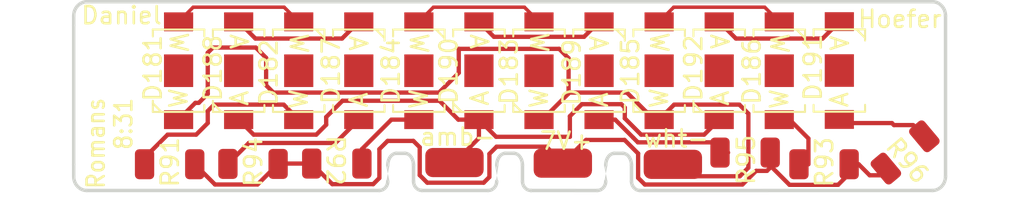
<source format=kicad_pcb>
(kicad_pcb (version 20211014) (generator pcbnew)
  (layers (0 "F.Cu" signal) (31 "B.Cu" signal) (34 "B.Paste" user) (35 "F.Paste" user) (36 "B.SilkS" user "B.Silkscreen") (37 "F.SilkS" user "F.Silkscreen") (38 "B.Mask" user) (39 "F.Mask" user) (44 "Edge.Cuts" user))
  (net 0 "")
  (footprint "afootprints:5730 LED A" (layer "F.Cu") (at 59.012556 19.635687 -90)
    (fp_text reference "D191" (at -0.17452 1.54 90 unlocked) (layer "F.SilkS"))
    (fp_text value "ALED")
    (fp_text user "A" (at -1.6 0.05 -90 unlocked) (layer "F.SilkS"))
    (fp_text user "A" (at 1.7 0 90 unlocked) (layer "F.SilkS"))
    (fp_line (start -2.4 -1.5) (end -2.4 1.5) (layer "F.SilkS") (width 0.12))
    (fp_line (start 2.4 1.5) (end 2.4 -1.5) (layer "F.SilkS") (width 0.12))
    (fp_line (start 2.4 -1.5) (end 2 -1.5) (layer "F.SilkS") (width 0.12))
    (fp_line (start -2.4 -1.5) (end -1.75 -1.5) (layer "F.SilkS") (width 0.12))
    (fp_line (start -2.4 1.5) (end -2 1.5) (layer "F.SilkS") (width 0.12))
    (fp_line (start 2.4 1.5) (end 2 1.5) (layer "F.SilkS") (width 0.12))
    (fp_line (start -1.9 -1.5) (end -2.4 -1) (layer "F.SilkS") (width 0.12))
    (pad "" smd rect (at 0 0 270) (size 1.9 1.7) (layers "F.Cu" "F.Paste" "F.Mask"))
    (pad "1" smd rect (at -2.85 0 270) (size 1.1 1.7) (layers "F.Cu" "F.Paste" "F.Mask"))
    (pad "2" smd rect (at 2.85 0 270) (size 1.1 1.7) (layers "F.Cu" "F.Paste" "F.Mask"))
  )
  (footprint "afootprints:1206 R" (layer "F.Cu") (at 62.841956 24.435687 40)
    (fp_text reference "R96" (at -0.17548 0.43 -50 unlocked) (layer "F.SilkS"))
    (fp_text value "4.7")
    (pad "1" smd roundrect (at -1.4425 -0.02 40) (size 1.125 1.75) (layers "F.Cu" "F.Paste" "F.Mask") (roundrect_rratio 0.2222222222))
    (pad "2" smd roundrect (at 1.4825 -0.02 40) (size 1.125 1.75) (layers "F.Cu" "F.Paste" "F.Mask") (roundrect_rratio 0.2222222222))
  )
  (footprint "afootprints:Pad 2" (layer "F.Cu") (at 36.587556 24.996087)
    (fp_text reference "amb-" (at 0.2 -1.5 unlocked) (layer "F.SilkS"))
    (fp_text value "Pad 2")
    (pad "1" smd roundrect (at 0 0) (size 3.4 1.7) (layers "F.Cu" "F.Paste" "F.Mask"))
  )
  (footprint "afootprints:5730 LED A" (layer "F.Cu") (at 45.012556 19.646087 -90)
    (fp_text reference "D189" (at 0.09548 1.59 90 unlocked) (layer "F.SilkS"))
    (fp_text value "ALED")
    (fp_text user "A" (at -1.6 0.05 -90 unlocked) (layer "F.SilkS"))
    (fp_text user "A" (at 1.7 0 90 unlocked) (layer "F.SilkS"))
    (fp_line (start 2.4 -1.5) (end 2 -1.5) (layer "F.SilkS") (width 0.12))
    (fp_line (start -2.4 -1.5) (end -1.75 -1.5) (layer "F.SilkS") (width 0.12))
    (fp_line (start -1.9 -1.5) (end -2.4 -1) (layer "F.SilkS") (width 0.12))
    (fp_line (start 2.4 1.5) (end 2.4 -1.5) (layer "F.SilkS") (width 0.12))
    (fp_line (start -2.4 1.5) (end -2 1.5) (layer "F.SilkS") (width 0.12))
    (fp_line (start 2.4 1.5) (end 2 1.5) (layer "F.SilkS") (width 0.12))
    (fp_line (start -2.4 -1.5) (end -2.4 1.5) (layer "F.SilkS") (width 0.12))
    (pad "" smd rect (at 0 0 270) (size 1.9 1.7) (layers "F.Cu" "F.Paste" "F.Mask"))
    (pad "1" smd rect (at -2.85 0 270) (size 1.1 1.7) (layers "F.Cu" "F.Paste" "F.Mask"))
    (pad "2" smd rect (at 2.85 0 270) (size 1.1 1.7) (layers "F.Cu" "F.Paste" "F.Mask"))
  )
  (footprint "afootprints:5730 LED A" (layer "F.Cu") (at 24.012556 19.646087 90)
    (fp_text reference "D188" (at 0.15 -1.5 90 unlocked) (layer "F.SilkS"))
    (fp_text value "ALED")
    (fp_text user "A" (at -1.6 0.05 90 unlocked) (layer "F.SilkS"))
    (fp_text user "A" (at 1.7 0 270 unlocked) (layer "F.SilkS"))
    (fp_line (start -2.4 -1.5) (end -1.75 -1.5) (layer "F.SilkS") (width 0.12))
    (fp_line (start 2.4 1.5) (end 2 1.5) (layer "F.SilkS") (width 0.12))
    (fp_line (start -2.4 1.5) (end -2 1.5) (layer "F.SilkS") (width 0.12))
    (fp_line (start 2.4 1.5) (end 2.4 -1.5) (layer "F.SilkS") (width 0.12))
    (fp_line (start -2.4 -1.5) (end -2.4 1.5) (layer "F.SilkS") (width 0.12))
    (fp_line (start 2.4 -1.5) (end 2 -1.5) (layer "F.SilkS") (width 0.12))
    (fp_line (start -1.9 -1.5) (end -2.4 -1) (layer "F.SilkS") (width 0.12))
    (pad "" smd rect (at 0 0 90) (size 1.9 1.7) (layers "F.Cu" "F.Paste" "F.Mask"))
    (pad "1" smd rect (at -2.85 0 90) (size 1.1 1.7) (layers "F.Cu" "F.Paste" "F.Mask"))
    (pad "2" smd rect (at 2.85 0 90) (size 1.1 1.7) (layers "F.Cu" "F.Paste" "F.Mask"))
  )
  (footprint "afootprints:1206 R" (layer "F.Cu") (at 24.870056 25.056087 180)
    (fp_text reference "R94" (at 0 0.1 90 unlocked) (layer "F.SilkS"))
    (fp_text value "4.7")
    (pad "1" smd roundrect (at -1.4425 -0.02 180) (size 1.125 1.75) (layers "F.Cu" "F.Paste" "F.Mask") (roundrect_rratio 0.2222222222))
    (pad "2" smd roundrect (at 1.4825 -0.02 180) (size 1.125 1.75) (layers "F.Cu" "F.Paste" "F.Mask") (roundrect_rratio 0.2222222222))
  )
  (footprint "afootprints:5730 LED W" (layer "F.Cu") (at 27.512556 19.646087 -90)
    (fp_text reference "D182" (at 0.10548 1.75 90 unlocked) (layer "F.SilkS"))
    (fp_text value "WLED")
    (fp_text user "W" (at -1.6 0 -90 unlocked) (layer "F.SilkS"))
    (fp_text user "W" (at 1.65 0 90 unlocked) (layer "F.SilkS"))
    (fp_line (start -2.4 -1.5) (end -1.75 -1.5) (layer "F.SilkS") (width 0.12))
    (fp_line (start -2.4 1.5) (end -2 1.5) (layer "F.SilkS") (width 0.12))
    (fp_line (start -2.4 -1.5) (end -2.4 1.5) (layer "F.SilkS") (width 0.12))
    (fp_line (start -1.9 -1.5) (end -2.4 -1) (layer "F.SilkS") (width 0.12))
    (fp_line (start 2.4 1.5) (end 2.4 -1.5) (layer "F.SilkS") (width 0.12))
    (fp_line (start 2.4 -1.5) (end 2 -1.5) (layer "F.SilkS") (width 0.12))
    (fp_line (start 2.4 1.5) (end 2 1.5) (layer "F.SilkS") (width 0.12))
    (pad "" smd rect (at 0 0 270) (size 1.9 1.7) (layers "F.Cu" "F.Paste" "F.Mask" "Eco2.User"))
    (pad "1" smd rect (at -2.85 0 270) (size 1.1 1.7) (layers "F.Cu" "F.Paste" "F.Mask"))
    (pad "2" smd rect (at 2.85 0 270) (size 1.1 1.7) (layers "F.Cu" "F.Paste" "F.Mask"))
  )
  (footprint "afootprints:1206 R" (layer "F.Cu") (at 29.712556 25.076087)
    (fp_text reference "R92" (at -0.06 -0.20452 270 unlocked) (layer "F.SilkS"))
    (fp_text value "4.7")
    (pad "1" smd roundrect (at -1.4425 -0.02) (size 1.125 1.75) (layers "F.Cu" "F.Paste" "F.Mask") (roundrect_rratio 0.2222222222))
    (pad "2" smd roundrect (at 1.4825 -0.02) (size 1.125 1.75) (layers "F.Cu" "F.Paste" "F.Mask") (roundrect_rratio 0.2222222222))
  )
  (footprint "afootprints:1206 R" (layer "F.Cu") (at 58.141956 25.076087 180)
    (fp_text reference "R93" (at 0 0.1 90 unlocked) (layer "F.SilkS"))
    (fp_text value "4.7")
    (pad "1" smd roundrect (at -1.4425 -0.02 180) (size 1.125 1.75) (layers "F.Cu" "F.Paste" "F.Mask") (roundrect_rratio 0.2222222222))
    (pad "2" smd roundrect (at 1.4825 -0.02 180) (size 1.125 1.75) (layers "F.Cu" "F.Paste" "F.Mask") (roundrect_rratio 0.2222222222))
  )
  (footprint "afootprints:5730 LED W" (layer "F.Cu") (at 41.512556 19.646087 90)
    (fp_text reference "D183" (at -0.04548 -1.75 90 unlocked) (layer "F.SilkS"))
    (fp_text value "WLED")
    (fp_text user "W" (at 1.65 0 270 unlocked) (layer "F.SilkS"))
    (fp_text user "W" (at -1.6 0 90 unlocked) (layer "F.SilkS"))
    (fp_line (start -2.4 1.5) (end -2 1.5) (layer "F.SilkS") (width 0.12))
    (fp_line (start -2.4 -1.5) (end -2.4 1.5) (layer "F.SilkS") (width 0.12))
    (fp_line (start -1.9 -1.5) (end -2.4 -1) (layer "F.SilkS") (width 0.12))
    (fp_line (start 2.4 -1.5) (end 2 -1.5) (layer "F.SilkS") (width 0.12))
    (fp_line (start 2.4 1.5) (end 2 1.5) (layer "F.SilkS") (width 0.12))
    (fp_line (start 2.4 1.5) (end 2.4 -1.5) (layer "F.SilkS") (width 0.12))
    (fp_line (start -2.4 -1.5) (end -1.75 -1.5) (layer "F.SilkS") (width 0.12))
    (pad "" smd rect (at 0 0 90) (size 1.9 1.7) (layers "F.Cu" "F.Paste" "F.Mask" "Eco2.User"))
    (pad "1" smd rect (at -2.85 0 90) (size 1.1 1.7) (layers "F.Cu" "F.Paste" "F.Mask"))
    (pad "2" smd rect (at 2.85 0 90) (size 1.1 1.7) (layers "F.Cu" "F.Paste" "F.Mask"))
  )
  (footprint "afootprints:Pad 2" (layer "F.Cu") (at 42.902556 25.031567)
    (fp_text reference "7V+" (at 0.2 -1.29588 unlocked) (layer "F.SilkS"))
    (fp_text value "Pad 2")
    (pad "1" smd roundrect (at 0 0) (size 3.4 1.7) (layers "F.Cu" "F.Paste" "F.Mask"))
  )
  (footprint "afootprints:5730 LED A" (layer "F.Cu") (at 52.012556 19.646087 90)
    (fp_text reference "D192" (at 0.15 -1.5 90 unlocked) (layer "F.SilkS"))
    (fp_text value "ALED")
    (fp_text user "A" (at 1.7 0 270 unlocked) (layer "F.SilkS"))
    (fp_text user "A" (at -1.6 0.05 90 unlocked) (layer "F.SilkS"))
    (fp_line (start 2.4 1.5) (end 2.4 -1.5) (layer "F.SilkS") (width 0.12))
    (fp_line (start -1.9 -1.5) (end -2.4 -1) (layer "F.SilkS") (width 0.12))
    (fp_line (start -2.4 -1.5) (end -2.4 1.5) (layer "F.SilkS") (width 0.12))
    (fp_line (start -2.4 -1.5) (end -1.75 -1.5) (layer "F.SilkS") (width 0.12))
    (fp_line (start 2.4 1.5) (end 2 1.5) (layer "F.SilkS") (width 0.12))
    (fp_line (start 2.4 -1.5) (end 2 -1.5) (layer "F.SilkS") (width 0.12))
    (fp_line (start -2.4 1.5) (end -2 1.5) (layer "F.SilkS") (width 0.12))
    (pad "" smd rect (at 0 0 90) (size 1.9 1.7) (layers "F.Cu" "F.Paste" "F.Mask"))
    (pad "1" smd rect (at -2.85 0 90) (size 1.1 1.7) (layers "F.Cu" "F.Paste" "F.Mask"))
    (pad "2" smd rect (at 2.85 0 90) (size 1.1 1.7) (layers "F.Cu" "F.Paste" "F.Mask"))
  )
  (footprint "afootprints:1206 R" (layer "F.Cu") (at 53.541956 24.396087 180)
    (fp_text reference "R95" (at -0.04 -0.44548 90 unlocked) (layer "F.SilkS"))
    (fp_text value "4.7")
    (pad "1" smd roundrect (at -1.4425 -0.02 180) (size 1.125 1.75) (layers "F.Cu" "F.Paste" "F.Mask") (roundrect_rratio 0.2222222222))
    (pad "2" smd roundrect (at 1.4825 -0.02 180) (size 1.125 1.75) (layers "F.Cu" "F.Paste" "F.Mask") (roundrect_rratio 0.2222222222))
  )
  (footprint "afootprints:Pad 2" (layer "F.Cu") (at 49.312556 25.101887)
    (fp_text reference "wht-" (at 0.2 -1.5 unlocked) (layer "F.SilkS"))
    (fp_text value "Pad 2")
    (pad "1" smd roundrect (at 0 0) (size 3.4 1.7) (layers "F.Cu" "F.Paste" "F.Mask"))
  )
  (footprint "afootprints:M2.5_Mechanical" (layer "F.Cu") (at 16.391956 19.735687)
    (fp_text reference "REF**" hide)
    (fp_text value "M2.5_Mechanical")
    (pad "" np_thru_hole circle (at 0 0) (size 2.7 2.7) (drill 2.7) (layers *.Cu *.Mask))
  )
  (footprint "afootprints:5730 LED W" (layer "F.Cu") (at 55.512556 19.646087 -90)
    (fp_text reference "D186" (at 0.03548 1.6 90 unlocked) (layer "F.SilkS"))
    (fp_text value "WLED")
    (fp_text user "W" (at -1.6 0 -90 unlocked) (layer "F.SilkS"))
    (fp_text user "W" (at 1.65 0 90 unlocked) (layer "F.SilkS"))
    (fp_line (start -2.4 1.5) (end -2 1.5) (layer "F.SilkS") (width 0.12))
    (fp_line (start 2.4 -1.5) (end 2 -1.5) (layer "F.SilkS") (width 0.12))
    (fp_line (start -2.4 -1.5) (end -2.4 1.5) (layer "F.SilkS") (width 0.12))
    (fp_line (start 2.4 1.5) (end 2 1.5) (layer "F.SilkS") (width 0.12))
    (fp_line (start -2.4 -1.5) (end -1.75 -1.5) (layer "F.SilkS") (width 0.12))
    (fp_line (start 2.4 1.5) (end 2.4 -1.5) (layer "F.SilkS") (width 0.12))
    (fp_line (start -1.9 -1.5) (end -2.4 -1) (layer "F.SilkS") (width 0.12))
    (pad "" smd rect (at 0 0 270) (size 1.9 1.7) (layers "F.Cu" "F.Paste" "F.Mask" "Eco2.User"))
    (pad "1" smd rect (at -2.85 0 270) (size 1.1 1.7) (layers "F.Cu" "F.Paste" "F.Mask"))
    (pad "2" smd rect (at 2.85 0 270) (size 1.1 1.7) (layers "F.Cu" "F.Paste" "F.Mask"))
  )
  (footprint "afootprints:5730 LED W" (layer "F.Cu") (at 34.512556 19.646087 -90)
    (fp_text reference "D184" (at 0.02548 1.63 90 unlocked) (layer "F.SilkS"))
    (fp_text value "WLED")
    (fp_text user "W" (at -1.6 0 -90 unlocked) (layer "F.SilkS"))
    (fp_text user "W" (at 1.65 0 90 unlocked) (layer "F.SilkS"))
    (fp_line (start 2.4 -1.5) (end 2 -1.5) (layer "F.SilkS") (width 0.12))
    (fp_line (start 2.4 1.5) (end 2 1.5) (layer "F.SilkS") (width 0.12))
    (fp_line (start -1.9 -1.5) (end -2.4 -1) (layer "F.SilkS") (width 0.12))
    (fp_line (start 2.4 1.5) (end 2.4 -1.5) (layer "F.SilkS") (width 0.12))
    (fp_line (start -2.4 1.5) (end -2 1.5) (layer "F.SilkS") (width 0.12))
    (fp_line (start -2.4 -1.5) (end -1.75 -1.5) (layer "F.SilkS") (width 0.12))
    (fp_line (start -2.4 -1.5) (end -2.4 1.5) (layer "F.SilkS") (width 0.12))
    (pad "" smd rect (at 0 0 270) (size 1.9 1.7) (layers "F.Cu" "F.Paste" "F.Mask" "Eco2.User"))
    (pad "1" smd rect (at -2.85 0 270) (size 1.1 1.7) (layers "F.Cu" "F.Paste" "F.Mask"))
    (pad "2" smd rect (at 2.85 0 270) (size 1.1 1.7) (layers "F.Cu" "F.Paste" "F.Mask"))
  )
  (footprint "afootprints:5730 LED A" (layer "F.Cu") (at 31.012556 19.646087 -90)
    (fp_text reference "D187" (at 0.00548 1.62 90 unlocked) (layer "F.SilkS"))
    (fp_text value "ALED")
    (fp_text user "A" (at -1.6 0.05 -90 unlocked) (layer "F.SilkS"))
    (fp_text user "A" (at 1.7 0 90 unlocked) (layer "F.SilkS"))
    (fp_line (start 2.4 -1.5) (end 2 -1.5) (layer "F.SilkS") (width 0.12))
    (fp_line (start -2.4 -1.5) (end -1.75 -1.5) (layer "F.SilkS") (width 0.12))
    (fp_line (start 2.4 1.5) (end 2.4 -1.5) (layer "F.SilkS") (width 0.12))
    (fp_line (start -2.4 1.5) (end -2 1.5) (layer "F.SilkS") (width 0.12))
    (fp_line (start -1.9 -1.5) (end -2.4 -1) (layer "F.SilkS") (width 0.12))
    (fp_line (start -2.4 -1.5) (end -2.4 1.5) (layer "F.SilkS") (width 0.12))
    (fp_line (start 2.4 1.5) (end 2 1.5) (layer "F.SilkS") (width 0.12))
    (pad "" smd rect (at 0 0 270) (size 1.9 1.7) (layers "F.Cu" "F.Paste" "F.Mask"))
    (pad "1" smd rect (at -2.85 0 270) (size 1.1 1.7) (layers "F.Cu" "F.Paste" "F.Mask"))
    (pad "2" smd rect (at 2.85 0 270) (size 1.1 1.7) (layers "F.Cu" "F.Paste" "F.Mask"))
  )
  (footprint "afootprints:M2.5_Mechanical" (layer "F.Cu") (at 63.191956 19.735687)
    (fp_text reference "REF**" hide)
    (fp_text value "M2.5_Mechanical")
    (pad "" np_thru_hole circle (at 0 0) (size 2.7 2.7) (drill 2.7) (layers *.Cu *.Mask))
  )
  (footprint "afootprints:1206 R" (layer "F.Cu") (at 20.012556 25.076087 180)
    (fp_text reference "R91" (at 0 0.1 90 unlocked) (layer "F.SilkS"))
    (fp_text value "4.7")
    (pad "1" smd roundrect (at -1.4425 -0.02 180) (size 1.125 1.75) (layers "F.Cu" "F.Paste" "F.Mask") (roundrect_rratio 0.2222222222))
    (pad "2" smd roundrect (at 1.4825 -0.02 180) (size 1.125 1.75) (layers "F.Cu" "F.Paste" "F.Mask") (roundrect_rratio 0.2222222222))
  )
  (footprint "afootprints:5730 LED W" (layer "F.Cu") (at 20.512556 19.646087 90)
    (fp_text reference "D181" (at 0.15 -1.5 90 unlocked) (layer "F.SilkS"))
    (fp_text value "WLED")
    (fp_text user "W" (at -1.6 0 90 unlocked) (layer "F.SilkS"))
    (fp_text user "W" (at 1.65 0 270 unlocked) (layer "F.SilkS"))
    (fp_line (start -1.9 -1.5) (end -2.4 -1) (layer "F.SilkS") (width 0.12))
    (fp_line (start -2.4 -1.5) (end -2.4 1.5) (layer "F.SilkS") (width 0.12))
    (fp_line (start 2.4 -1.5) (end 2 -1.5) (layer "F.SilkS") (width 0.12))
    (fp_line (start -2.4 1.5) (end -2 1.5) (layer "F.SilkS") (width 0.12))
    (fp_line (start 2.4 1.5) (end 2.4 -1.5) (layer "F.SilkS") (width 0.12))
    (fp_line (start -2.4 -1.5) (end -1.75 -1.5) (layer "F.SilkS") (width 0.12))
    (fp_line (start 2.4 1.5) (end 2 1.5) (layer "F.SilkS") (width 0.12))
    (pad "" smd rect (at 0 0 90) (size 1.9 1.7) (layers "F.Cu" "F.Paste" "F.Mask" "Eco2.User"))
    (pad "1" smd rect (at -2.85 0 90) (size 1.1 1.7) (layers "F.Cu" "F.Paste" "F.Mask"))
    (pad "2" smd rect (at 2.85 0 90) (size 1.1 1.7) (layers "F.Cu" "F.Paste" "F.Mask"))
  )
  (footprint "afootprints:5730 LED W" (layer "F.Cu") (at 48.512556 19.646087 90)
    (fp_text reference "D185" (at -0.02548 -1.68 90 unlocked) (layer "F.SilkS"))
    (fp_text value "WLED")
    (fp_text user "W" (at -1.6 0 90 unlocked) (layer "F.SilkS"))
    (fp_text user "W" (at 1.65 0 270 unlocked) (layer "F.SilkS"))
    (fp_line (start 2.4 1.5) (end 2 1.5) (layer "F.SilkS") (width 0.12))
    (fp_line (start -1.9 -1.5) (end -2.4 -1) (layer "F.SilkS") (width 0.12))
    (fp_line (start 2.4 -1.5) (end 2 -1.5) (layer "F.SilkS") (width 0.12))
    (fp_line (start -2.4 -1.5) (end -2.4 1.5) (layer "F.SilkS") (width 0.12))
    (fp_line (start -2.4 -1.5) (end -1.75 -1.5) (layer "F.SilkS") (width 0.12))
    (fp_line (start -2.4 1.5) (end -2 1.5) (layer "F.SilkS") (width 0.12))
    (fp_line (start 2.4 1.5) (end 2.4 -1.5) (layer "F.SilkS") (width 0.12))
    (pad "" smd rect (at 0 0 90) (size 1.9 1.7) (layers "F.Cu" "F.Paste" "F.Mask" "Eco2.User"))
    (pad "1" smd rect (at -2.85 0 90) (size 1.1 1.7) (layers "F.Cu" "F.Paste" "F.Mask"))
    (pad "2" smd rect (at 2.85 0 90) (size 1.1 1.7) (layers "F.Cu" "F.Paste" "F.Mask"))
  )
  (footprint "afootprints:5730 LED A" (layer "F.Cu") (at 38.012556 19.646087 90)
    (fp_text reference "D190" (at -0.00548 -1.76 90 unlocked) (layer "F.SilkS"))
    (fp_text value "ALED")
    (fp_text user "A" (at -1.6 0.05 90 unlocked) (layer "F.SilkS"))
    (fp_text user "A" (at 1.7 0 270 unlocked) (layer "F.SilkS"))
    (fp_line (start -2.4 -1.5) (end -1.75 -1.5) (layer "F.SilkS") (width 0.12))
    (fp_line (start -2.4 1.5) (end -2 1.5) (layer "F.SilkS") (width 0.12))
    (fp_line (start -1.9 -1.5) (end -2.4 -1) (layer "F.SilkS") (width 0.12))
    (fp_line (start 2.4 1.5) (end 2.4 -1.5) (layer "F.SilkS") (width 0.12))
    (fp_line (start -2.4 -1.5) (end -2.4 1.5) (layer "F.SilkS") (width 0.12))
    (fp_line (start 2.4 1.5) (end 2 1.5) (layer "F.SilkS") (width 0.12))
    (fp_line (start 2.4 -1.5) (end 2 -1.5) (layer "F.SilkS") (width 0.12))
    (pad "" smd rect (at 0 0 90) (size 1.9 1.7) (layers "F.Cu" "F.Paste" "F.Mask"))
    (pad "1" smd rect (at -2.85 0 90) (size 1.1 1.7) (layers "F.Cu" "F.Paste" "F.Mask"))
    (pad "2" smd rect (at 2.85 0 90) (size 1.1 1.7) (layers "F.Cu" "F.Paste" "F.Mask"))
  )
  (gr_curve (pts (xy 64.438009 15.625657) (xy 64.438009 15.625657) (xy 15.162012 15.625634) (xy 15.162012 15.625634)) (layer "Edge.Cuts") (width 0.2))
  (gr_curve (pts (xy 40.050006 24.459695) (xy 40.050006 24.459695) (xy 40.050135 24.459695) (xy 40.050135 24.459695)) (layer "Edge.Cuts") (width 0.2))
  (gr_curve (pts (xy 46.401363 24.460651) (xy 46.401363 24.460651) (xy 46.40147 24.460651) (xy 46.40147 24.460651)) (layer "Edge.Cuts") (width 0.2))
  (gr_curve (pts (xy 39.049744 26.083386) (xy 39.050003 26.083595) (xy 39.050003 25.1543) (xy 39.050003 25.1543)) (layer "Edge.Cuts") (width 0.2))
  (gr_curve (pts (xy 34.600705 26.614188) (xy 34.610287 26.616309) (xy 34.6206 26.61589) (xy 34.630354 26.617405)) (layer "Edge.Cuts") (width 0.2))
  (gr_curve (pts (xy 34.201461 26.083898) (xy 34.201461 26.345465) (xy 34.372876 26.563698) (xy 34.600705 26.614188)) (layer "Edge.Cuts") (width 0.2))
  (gr_curve (pts (xy 46.901461 25.155279) (xy 46.901461 25.155279) (xy 46.901461 26.084341) (xy 46.901461 26.084341)) (layer "Edge.Cuts") (width 0.2))
  (gr_curve (pts (xy 44.90111 26.625634) (xy 45.177256 26.625634) (xy 45.401101 26.383298) (xy 45.401101 26.084341)) (layer "Edge.Cuts") (width 0.2))
  (gr_curve (pts (xy 39.550123 24.459695) (xy 39.550123 24.459695) (xy 40.050006 24.459695) (xy 40.050006 24.459695)) (layer "Edge.Cuts") (width 0.2))
  (gr_curve (pts (xy 65.2 16.450591) (xy 65.2 15.994988) (xy 64.858849 15.625657) (xy 64.438009 15.625657)) (layer "Edge.Cuts") (width 0.2))
  (gr_curve (pts (xy 45.901458 24.460651) (xy 45.901458 24.460651) (xy 46.401363 24.460651) (xy 46.401363 24.460651)) (layer "Edge.Cuts") (width 0.2))
  (gr_curve (pts (xy 14.4 25.111246) (xy 14.4 25.111689) (xy 14.400129 25.112062) (xy 14.400129 25.112505)) (layer "Edge.Cuts") (width 0.2))
  (gr_curve (pts (xy 47.401474 26.625634) (xy 47.401474 26.625634) (xy 64.438031 26.624934) (xy 64.438031 26.624934)) (layer "Edge.Cuts") (width 0.2))
  (gr_curve (pts (xy 14.400129 25.112505) (xy 14.400129 25.112505) (xy 14.400129 25.799977) (xy 14.400129 25.799977)) (layer "Edge.Cuts") (width 0.2))
  (gr_curve (pts (xy 41.049988 26.624678) (xy 41.049988 26.624678) (xy 44.90111 26.625634) (xy 44.90111 26.625634)) (layer "Edge.Cuts") (width 0.2))
  (gr_curve (pts (xy 40.050135 24.459695) (xy 40.326281 24.459695) (xy 40.550126 24.77068) (xy 40.550126 25.1543)) (layer "Edge.Cuts") (width 0.2))
  (gr_curve (pts (xy 15.16212 26.624911) (xy 15.16212 26.624911) (xy 32.20111 26.625167) (xy 32.20111 26.625167)) (layer "Edge.Cuts") (width 0.2))
  (gr_curve (pts (xy 45.401101 26.084341) (xy 45.401359 26.084574) (xy 45.401359 25.155279) (xy 45.401359 25.155279)) (layer "Edge.Cuts") (width 0.2))
  (gr_curve (pts (xy 34.630354 26.617405) (xy 34.653802 26.621041) (xy 34.677121 26.625167) (xy 34.701496 26.625167)) (layer "Edge.Cuts") (width 0.2))
  (gr_curve (pts (xy 34.201461 25.15479) (xy 34.201461 25.15479) (xy 34.201461 26.083898) (xy 34.201461 26.083898)) (layer "Edge.Cuts") (width 0.2))
  (gr_curve (pts (xy 40.550126 26.083246) (xy 40.550126 26.382226) (xy 40.773972 26.624608) (xy 41.050139 26.624678)) (layer "Edge.Cuts") (width 0.2))
  (gr_curve (pts (xy 15.162012 15.625634) (xy 15.029096 15.625634) (xy 14.906041 15.665751) (xy 14.797263 15.730507)) (layer "Edge.Cuts") (width 0.2))
  (gr_curve (pts (xy 14.400129 16.450498) (xy 14.400129 16.450498) (xy 14.400129 17.000462) (xy 14.400129 17.000462)) (layer "Edge.Cuts") (width 0.2))
  (gr_curve (pts (xy 34.701496 26.625167) (xy 34.701496 26.625167) (xy 38.549753 26.624678) (xy 38.549753 26.624678)) (layer "Edge.Cuts") (width 0.2))
  (gr_curve (pts (xy 38.549753 26.624678) (xy 38.825899 26.624678) (xy 39.049744 26.382319) (xy 39.049744 26.083386)) (layer "Edge.Cuts") (width 0.2))
  (gr_curve (pts (xy 14.797263 15.730507) (xy 14.561683 15.870813) (xy 14.400129 16.138837) (xy 14.400129 16.450498)) (layer "Edge.Cuts") (width 0.2))
  (gr_curve (pts (xy 14.400129 25.799977) (xy 14.400129 26.25558) (xy 14.74128 26.624911) (xy 15.16212 26.624911)) (layer "Edge.Cuts") (width 0.2))
  (gr_curve (pts (xy 65.2 25.8) (xy 65.2 25.8) (xy 65.2 16.450591) (xy 65.2 16.450591)) (layer "Edge.Cuts") (width 0.2))
  (gr_curve (pts (xy 33.701363 24.460184) (xy 33.701363 24.460184) (xy 33.70147 24.460184) (xy 33.70147 24.460184)) (layer "Edge.Cuts") (width 0.2))
  (gr_curve (pts (xy 45.401359 25.155279) (xy 45.401359 24.771659) (xy 45.625226 24.460651) (xy 45.90135 24.460651)) (layer "Edge.Cuts") (width 0.2))
  (gr_curve (pts (xy 14.400129 17.000462) (xy 14.400129 17.000928) (xy 14.4 17.001394) (xy 14.4 17.00186)) (layer "Edge.Cuts") (width 0.2))
  (gr_curve (pts (xy 32.701101 26.083852) (xy 32.701359 26.084085) (xy 32.701359 25.15479) (xy 32.701359 25.15479)) (layer "Edge.Cuts") (width 0.2))
  (gr_curve (pts (xy 45.90135 24.460651) (xy 45.90135 24.460651) (xy 45.901458 24.460651) (xy 45.901458 24.460651)) (layer "Edge.Cuts") (width 0.2))
  (gr_curve (pts (xy 33.20135 24.460184) (xy 33.20135 24.460184) (xy 33.201458 24.460184) (xy 33.201458 24.460184)) (layer "Edge.Cuts") (width 0.2))
  (gr_curve (pts (xy 40.550126 25.1543) (xy 40.550126 25.1543) (xy 40.550126 26.083246) (xy 40.550126 26.083246)) (layer "Edge.Cuts") (width 0.2))
  (gr_curve (pts (xy 32.701359 25.15479) (xy 32.701359 24.771169) (xy 32.925226 24.460184) (xy 33.20135 24.460184)) (layer "Edge.Cuts") (width 0.2))
  (gr_curve (pts (xy 46.901461 26.084341) (xy 46.901461 26.383298) (xy 47.125328 26.625634) (xy 47.401474 26.625634)) (layer "Edge.Cuts") (width 0.2))
  (gr_curve (pts (xy 64.438031 26.624934) (xy 64.858871 26.624934) (xy 65.2 26.255603) (xy 65.2 25.8)) (layer "Edge.Cuts") (width 0.2))
  (gr_curve (pts (xy 33.201458 24.460184) (xy 33.201458 24.460184) (xy 33.701363 24.460184) (xy 33.701363 24.460184)) (layer "Edge.Cuts") (width 0.2))
  (gr_curve (pts (xy 41.050139 26.624678) (xy 41.050139 26.624678) (xy 41.049988 26.624678) (xy 41.049988 26.624678)) (layer "Edge.Cuts") (width 0.2))
  (gr_curve (pts (xy 33.70147 24.460184) (xy 33.977616 24.460184) (xy 34.201461 24.771169) (xy 34.201461 25.15479)) (layer "Edge.Cuts") (width 0.2))
  (gr_curve (pts (xy 14.4 17.00186) (xy 14.4 17.00186) (xy 14.4 25.111246) (xy 14.4 25.111246)) (layer "Edge.Cuts") (width 0.2))
  (gr_curve (pts (xy 39.050003 25.1543) (xy 39.050003 24.77068) (xy 39.273869 24.459695) (xy 39.549994 24.459695)) (layer "Edge.Cuts") (width 0.2))
  (gr_curve (pts (xy 46.40147 24.460651) (xy 46.677616 24.460651) (xy 46.901461 24.771659) (xy 46.901461 25.155279)) (layer "Edge.Cuts") (width 0.2))
  (gr_curve (pts (xy 32.20111 26.625167) (xy 32.477256 26.625167) (xy 32.701101 26.382808) (xy 32.701101 26.083852)) (layer "Edge.Cuts") (width 0.2))
  (gr_curve (pts (xy 39.549994 24.459695) (xy 39.549994 24.459695) (xy 39.550123 24.459695) (xy 39.550123 24.459695)) (layer "Edge.Cuts") (width 0.2))
  (gr_text "Romans\n8:31" (at 16.500135 21.143646 90) (layer "F.SilkS") (effects (font (size 1 0.9)) (justify right)))
  (gr_text "Daniel\n" (at 17.190135 16.423646) (layer "F.SilkS") (effects (font (size 1 1))))
  (gr_text "Hoefer" (at 62.541956 16.633646) (layer "F.SilkS") (effects (font (size 1 1))))
  (segment (start 53.367954 26.276407) (end 54.162076 25.482285) (width 0.25) (layer "F.Cu") (net 0))
  (segment (start 29.112556 22.796087) (end 28.538045 23.370598) (width 0.25) (layer "F.Cu") (net 0))
  (segment (start 38.012556 22.496087) (end 36.812556 22.496087) (width 0.25) (layer "F.Cu") (net 0))
  (segment (start 62.192556 22.813587) (end 63.310915 22.813587) (width 0.25) (layer "F.Cu") (net 0))
  (segment (start 29.652076 23.856567) (end 24.607076 23.856567) (width 0.25) (layer "F.Cu") (net 0))
  (segment (start 31.195056 24.596087) (end 31.195056 24.213587) (width 0.25) (layer "F.Cu") (net 0))
  (segment (start 54.162076 25.482285) (end 54.795358 25.482285) (width 0.25) (layer "F.Cu") (net 0))
  (segment (start 52.530056 24.416087) (end 51.934087 23.820118) (width 0.25) (layer "F.Cu") (net 0))
  (segment (start 39.043476 24.071567) (end 38.622756 24.492287) (width 0.25) (layer "F.Cu") (net 0))
  (segment (start 58.037067 17.771576) (end 59.012556 16.796087) (width 0.25) (layer "F.Cu") (net 0))
  (segment (start 53.212556 25.796087) (end 49.957076 25.796087) (width 0.25) (layer "F.Cu") (net 0))
  (segment (start 35.712556 21.396087) (end 30.063534 21.396087) (width 0.25) (layer "F.Cu") (net 0))
  (segment (start 51.934087 23.820118) (end 47.274909 23.820118) (width 0.25) (layer "F.Cu") (net 0))
  (segment (start 29.112556 22.347065) (end 29.112556 22.796087) (width 0.25) (layer "F.Cu") (net 0))
  (segment (start 31.853036 26.255607) (end 29.469576 26.255607) (width 0.25) (layer "F.Cu") (net 0))
  (segment (start 39.012556 23.496087) (end 38.012556 22.496087) (width 0.25) (layer "F.Cu") (net 0))
  (segment (start 22.212556 21.996087) (end 22.587067 21.621576) (width 0.25) (layer "F.Cu") (net 0))
  (segment (start 46.312556 21.596087) (end 44.012556 21.596087) (width 0.25) (layer "F.Cu") (net 0))
  (segment (start 62.192556 25.738587) (end 60.780056 25.738587) (width 0.25) (layer "F.Cu") (net 0))
  (segment (start 49.363667 15.944976) (end 54.661445 15.944976) (width 0.2032) (layer "F.Cu") (net 0))
  (segment (start 53.187067 21.621576) (end 53.712556 22.147065) (width 0.25) (layer "F.Cu") (net 0))
  (segment (start 43.212556 20.896087) (end 43.212556 20.995109) (width 0.25) (layer "F.Cu") (net 0))
  (segment (start 26.037067 20.920598) (end 35.688045 20.920598) (width 0.25) (layer "F.Cu") (net 0))
  (segment (start 56.112556 22.496087) (end 55.512556 22.496087) (width 0.25) (layer "F.Cu") (net 0))
  (segment (start 35.363667 15.944976) (end 34.512556 16.796087) (width 0.2032) (layer "F.Cu") (net 0))
  (segment (start 22.212556 20.995109) (end 22.212556 18.596087) (width 0.25) (layer "F.Cu") (net 0))
  (segment (start 49.957076 25.796087) (end 49.312556 25.151567) (width 0.25) (layer "F.Cu") (net 0))
  (segment (start 43.237067 18.921576) (end 43.237067 20.920598) (width 0.25) (layer "F.Cu") (net 0))
  (segment (start 56.108983 26.295607) (end 54.984456 25.17108) (width 0.25) (layer "F.Cu") (net 0))
  (segment (start 53.712556 25.296087) (end 53.212556 25.796087) (width 0.25) (layer "F.Cu") (net 0))
  (segment (start 38.012556 22.496087) (end 38.012556 23.571087) (width 0.25) (layer "F.Cu") (net 0))
  (segment (start 34.563036 24.106767) (end 34.191956 23.735687) (width 0.25) (layer "F.Cu") (net 0))
  (segment (start 24.988045 17.771576) (end 30.037067 17.771576) (width 0.25) (layer "F.Cu") (net 0))
  (segment (start 28.538045 23.370598) (end 24.887067 23.370598) (width 0.25) (layer "F.Cu") (net 0))
  (segment (start 44.012556 21.596087) (end 43.312556 22.296087) (width 0.25) (layer "F.Cu") (net 0))
  (segment (start 22.634576 26.275607) (end 25.113036 26.275607) (width 0.25) (layer "F.Cu") (net 0))
  (segment (start 29.469576 26.255607) (end 28.270056 25.056087) (width 0.25) (layer "F.Cu") (net 0))
  (segment (start 41.711578 22.496087) (end 41.512556 22.496087) (width 0.25) (layer "F.Cu") (net 0))
  (segment (start 38.887067 17.670598) (end 44.138045 17.670598) (width 0.25) (layer "F.Cu") (net 0))
  (segment (start 26.638045 21.621576) (end 27.512556 22.496087) (width 0.25) (layer "F.Cu") (net 0))
  (segment (start 22.212556 22.696087) (end 22.212556 21.996087) (width 0.25) (layer "F.Cu") (net 0))
  (segment (start 26.332556 25.056087) (end 26.312556 25.076087) (width 0.25) (layer "F.Cu") (net 0))
  (segment (start 18.610056 24.636087) (end 19.875545 23.370598) (width 0.25) (layer "F.Cu") (net 0))
  (segment (start 21.488045 21.520598) (end 21.687067 21.520598) (width 0.25) (layer "F.Cu") (net 0))
  (segment (start 19.875545 23.370598) (end 21.538045 23.370598) (width 0.25) (layer "F.Cu") (net 0))
  (segment (start 25.012556 18.296087) (end 25.612556 18.896087) (width 0.25) (layer "F.Cu") (net 0))
  (segment (start 54.661445 15.944976) (end 55.512556 16.796087) (width 0.2032) (layer "F.Cu") (net 0))
  (segment (start 24.012556 16.796087) (end 24.988045 17.771576) (width 0.25) (layer "F.Cu") (net 0))
  (segment (start 32.212556 24.215087) (end 32.212556 25.896087) (width 0.25) (layer "F.Cu") (net 0))
  (segment (start 40.661445 15.944976) (end 35.363667 15.944976) (width 0.2032) (layer "F.Cu") (net 0))
  (segment (start 24.607076 23.856567) (end 23.387556 25.076087) (width 0.25) (layer "F.Cu") (net 0))
  (segment (start 38.012556 23.571087) (end 36.587556 24.996087) (width 0.25) (layer "F.Cu") (net 0))
  (segment (start 63.310915 22.813587) (end 63.964761 23.467433) (width 0.25) (layer "F.Cu") (net 0))
  (segment (start 41.942556 24.071567) (end 39.043476 24.071567) (width 0.25) (layer "F.Cu") (net 0))
  (segment (start 60.137556 25.096087) (end 58.938036 26.295607) (width 0.25) (layer "F.Cu") (net 0))
  (segment (start 31.012556 22.496087) (end 29.652076 23.856567) (width 0.25) (layer "F.Cu") (net 0))
  (segment (start 44.254636 23.679487) (end 42.902556 25.031567) (width 0.25) (layer "F.Cu") (net 0))
  (segment (start 31.195056 24.213587) (end 32.912556 22.496087) (width 0.25) (layer "F.Cu") (net 0))
  (segment (start 43.312556 23.496087) (end 39.012556 23.496087) (width 0.25) (layer "F.Cu") (net 0))
  (segment (start 54.984456 25.17108) (end 54.984456 24.416087) (width 0.25) (layer "F.Cu") (net 0))
  (segment (start 25.113036 26.275607) (end 26.312556 25.076087) (width 0.25) (layer "F.Cu") (net 0))
  (segment (start 42.902556 25.031567) (end 41.942556 24.071567) (width 0.25) (layer "F.Cu") (net 0))
  (segment (start 36.838045 18.371576) (end 42.687067 18.371576) (width 0.25) (layer "F.Cu") (net 0))
  (segment (start 52.012556 22.496087) (end 51.138045 23.370598) (width 0.25) (layer "F.Cu") (net 0))
  (segment (start 35.688045 20.920598) (end 36.838045 19.770598) (width 0.25) (layer "F.Cu") (net 0))
  (segment (start 52.988045 17.771576) (end 58.037067 17.771576) (width 0.25) (layer "F.Cu") (net 0))
  (segment (start 35.002095 26.170607) (end 34.563036 25.731548) (width 0.25) (layer "F.Cu") (net 0))
  (segment (start 49.387067 21.621576) (end 53.187067 21.621576) (width 0.25) (layer "F.Cu") (net 0))
  (segment (start 43.312556 22.296087) (end 43.312556 23.496087) (width 0.25) (layer "F.Cu") (net 0))
  (segment (start 46.637067 20.920598) (end 43.237067 20.920598) (width 0.25) (layer "F.Cu") (net 0))
  (segment (start 42.687067 18.371576) (end 43.237067 18.921576) (width 0.25) (layer "F.Cu") (net 0))
  (segment (start 46.498561 23.679487) (end 44.254636 23.679487) (width 0.25) (layer "F.Cu") (net 0))
  (segment (start 34.563036 25.731548) (end 34.563036 24.106767) (width 0.25) (layer "F.Cu") (net 0))
  (segment (start 48.512556 22.496087) (end 48.212556 22.496087) (width 0.25) (layer "F.Cu") (net 0))
  (segment (start 18.530056 24.636087) (end 18.610056 24.636087) (width 0.25) (layer "F.Cu") (net 0))
  (segment (start 51.138045 23.370598) (end 47.461107 23.370598) (width 0.25) (layer "F.Cu") (net 0))
  (segment (start 41.512556 16.796087) (end 40.661445 15.944976) (width 0.2032) (layer "F.Cu") (net 0))
  (segment (start 48.212556 22.496087) (end 46.637067 20.920598) (width 0.25) (layer "F.Cu") (net 0))
  (segment (start 47.680926 26.279918) (end 47.288036 25.887028) (width 0.25) (layer "F.Cu") (net 0))
  (segment (start 36.812556 22.496087) (end 35.712556 21.396087) (width 0.25) (layer "F.Cu") (net 0))
  (segment (start 46.512556 21.796087) (end 46.312556 21.596087) (width 0.25) (layer "F.Cu") (net 0))
  (segment (start 38.622756 24.492287) (end 38.622756 25.838487) (width 0.25) (layer "F.Cu") (net 0))
  (segment (start 47.011587 23.556795) (end 45.950879 22.496087) (width 0.25) (layer "F.Cu") (net 0))
  (segment (start 22.587067 21.621576) (end 26.638045 21.621576) (width 0.25) (layer "F.Cu") (net 0))
  (segment (start 25.612556 18.896087) (end 25.612556 20.496087) (width 0.25) (layer "F.Cu") (net 0))
  (segment (start 48.512556 16.796087) (end 49.363667 15.944976) (width 0.2032) (layer "F.Cu") (net 0))
  (segment (start 53.712556 22.147065) (end 53.712556 25.296087) (width 0.25) (layer "F.Cu") (net 0))
  (segment (start 47.274909 23.820118) (end 47.011587 23.556795) (width 0.25) (layer "F.Cu") (net 0))
  (segment (start 57.212556 23.596087) (end 56.112556 22.496087) (width 0.25) (layer "F.Cu") (net 0))
  (segment (start 38.622756 25.838487) (end 38.290636 26.170607) (width 0.25) (layer "F.Cu") (net 0))
  (segment (start 62.192556 22.813587) (end 62.075056 22.696087) (width 0.25) (layer "F.Cu") (net 0))
  (segment (start 32.212556 25.896087) (end 31.853036 26.255607) (width 0.25) (layer "F.Cu") (net 0))
  (segment (start 38.012556 16.796087) (end 38.887067 17.670598) (width 0.25) (layer "F.Cu") (net 0))
  (segment (start 21.538045 23.370598) (end 22.212556 22.696087) (width 0.25) (layer "F.Cu") (net 0))
  (segment (start 25.612556 20.496087) (end 26.037067 20.920598) (width 0.25) (layer "F.Cu") (net 0))
  (segment (start 54.984456 25.293187) (end 54.984456 24.416087) (width 0.25) (layer "F.Cu") (net 0))
  (segment (start 47.288036 24.468962) (end 46.498561 23.679487) (width 0.25) (layer "F.Cu") (net 0))
  (segment (start 22.212556 18.596087) (end 22.512556 18.296087) (width 0.25) (layer "F.Cu") (net 0))
  (segment (start 54.795358 25.482285) (end 54.984456 25.293187) (width 0.25) (layer "F.Cu") (net 0))
  (segment (start 43.212556 20.995109) (end 41.711578 22.496087) (width 0.25) (layer "F.Cu") (net 0))
  (segment (start 47.288036 25.887028) (end 47.288036 24.468962) (width 0.25) (layer "F.Cu") (net 0))
  (segment (start 46.512556 22.422047) (end 46.512556 21.796087) (width 0.25) (layer "F.Cu") (net 0))
  (segment (start 30.037067 17.771576) (end 31.012556 16.796087) (width 0.25) (layer "F.Cu") (net 0))
  (segment (start 57.212556 25.096087) (end 57.212556 23.596087) (width 0.25) (layer "F.Cu") (net 0))
  (segment (start 32.912556 22.496087) (end 34.512556 22.496087) (width 0.25) (layer "F.Cu") (net 0))
  (segment (start 28.270056 25.056087) (end 26.332556 25.056087) (width 0.25) (layer "F.Cu") (net 0))
  (segment (start 62.075056 22.696087) (end 59.012556 22.696087) (width 0.25) (layer "F.Cu") (net 0))
  (segment (start 52.012556 16.796087) (end 52.988045 17.771576) (width 0.25) (layer "F.Cu") (net 0))
  (segment (start 22.512556 18.296087) (end 25.012556 18.296087) (width 0.25) (layer "F.Cu") (net 0))
  (segment (start 44.138045 17.670598) (end 45.012556 16.796087) (width 0.25) (layer "F.Cu") (net 0))
  (segment (start 34.191956 23.735687) (end 32.691956 23.735687) (width 0.25) (layer "F.Cu") (net 0))
  (segment (start 30.063534 21.396087) (end 29.112556 22.347065) (width 0.25) (layer "F.Cu") (net 0))
  (segment (start 24.887067 23.370598) (end 24.012556 22.496087) (width 0.25) (layer "F.Cu") (net 0))
  (segment (start 43.237067 20.920598) (end 43.212556 20.896087) (width 0.25) (layer "F.Cu") (net 0))
  (segment (start 21.687067 21.520598) (end 22.212556 20.995109) (width 0.25) (layer "F.Cu") (net 0))
  (segment (start 48.512556 22.496087) (end 49.387067 21.621576) (width 0.25) (layer "F.Cu") (net 0))
  (segment (start 45.950879 22.496087) (end 45.012556 22.496087) (width 0.25) (layer "F.Cu") (net 0))
  (segment (start 20.512556 22.496087) (end 21.488045 21.520598) (width 0.25) (layer "F.Cu") (net 0))
  (segment (start 21.455056 25.096087) (end 22.634576 26.275607) (width 0.25) (layer "F.Cu") (net 0))
  (segment (start 58.938036 26.295607) (end 56.108983 26.295607) (width 0.25) (layer "F.Cu") (net 0))
  (segment (start 60.780056 25.738587) (end 60.137556 25.096087) (width 0.25) (layer "F.Cu") (net 0))
  (segment (start 36.838045 19.770598) (end 36.838045 18.371576) (width 0.25) (layer "F.Cu") (net 0))
  (segment (start 38.290636 26.170607) (end 35.002095 26.170607) (width 0.25) (layer "F.Cu") (net 0))
  (segment (start 32.691956 23.735687) (end 32.212556 24.215087) (width 0.25) (layer "F.Cu") (net 0))
  (segment (start 26.661445 15.944976) (end 21.363667 15.944976) (width 0.2032) (layer "F.Cu") (net 0))
  (segment (start 47.684437 26.276407) (end 53.367954 26.276407) (width 0.25) (layer "F.Cu") (net 0))
  (segment (start 47.461107 23.370598) (end 46.512556 22.422047) (width 0.25) (layer "F.Cu") (net 0))
  (segment (start 21.363667 15.944976) (end 20.512556 16.796087) (width 0.2032) (layer "F.Cu") (net 0))
  (segment (start 27.512556 16.796087) (end 26.661445 15.944976) (width 0.2032) (layer "F.Cu") (net 0))
)
</source>
